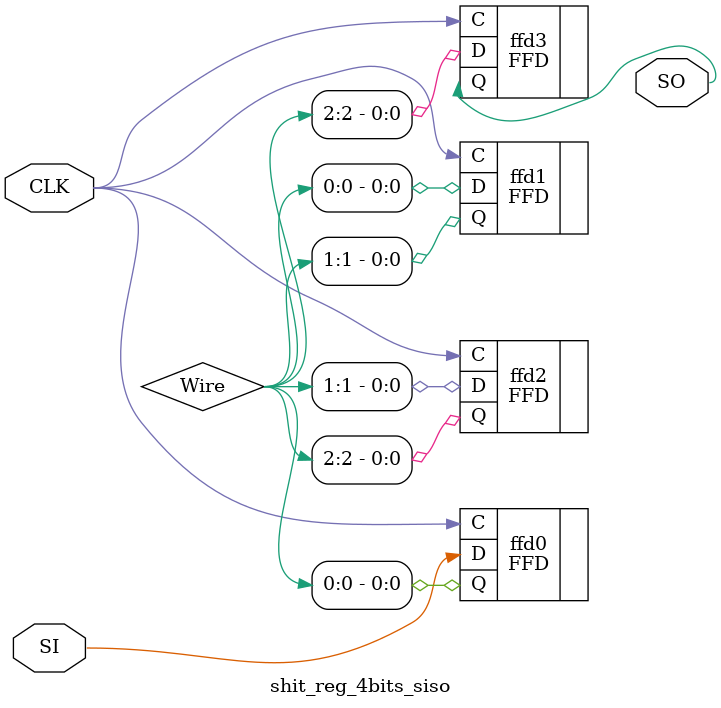
<source format=v>
`include "FFD.v"
module shit_reg_4bits_siso(CLK, SI, SO);
    input CLK, SI;
    output SO;

    wire [2:0] Wire;
    // Instanciar FFD
    FFD 
        ffd0(.C(CLK), .D(SI), .Q(Wire[0])),
        ffd1(.C(CLK), .D(Wire[0]), .Q(Wire[1])),
        ffd2(.C(CLK), .D(Wire[1]), .Q(Wire[2])),
        ffd3(.C(CLK), .D(Wire[2]), .Q(SO));
endmodule 
</source>
